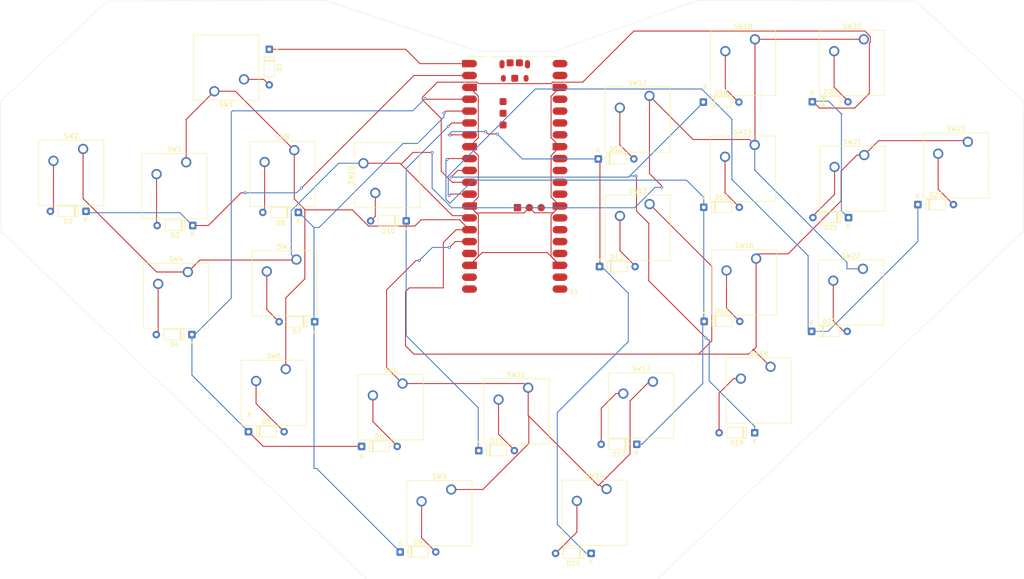
<source format=kicad_pcb>
(kicad_pcb (version 20241229) (generator "pcbnew") (generator_version "9.0")
  (layers (0 "F.Cu" signal) (2 "B.Cu" signal) (13 "F.Paste" user) (15 "B.Paste" user) (5 "F.SilkS" user "F.Silkscreen") (7 "B.SilkS" user "B.Silkscreen") (1 "F.Mask" user) (3 "B.Mask" user) (25 "Edge.Cuts" user))
  (net 0 "")
  (net 1 "Net-(A1-AGND)")
  (net 3 "/COL8")
  (net 5 "GND")
  (net 8 "+5V")
  (net 9 "/COL6")
  (net 13 "/ROW1")
  (net 17 "/COL5")
  (net 19 "/COL4")
  (net 22 "/COL9")
  (net 25 "+3V3")
  (net 26 "/COL0")
  (net 27 "/ROW2")
  (net 28 "/COL7")
  (net 31 "/COL1")
  (net 32 "/COL2")
  (net 34 "/COL3")
  (net 37 "/ROW3")
  (net 42 "Net-(D1-A)")
  (net 43 "Net-(D2-A)")
  (net 44 "Net-(D3-A)")
  (net 45 "Net-(D4-A)")
  (net 46 "Net-(D5-A)")
  (net 47 "Net-(D6-A)")
  (net 48 "Net-(D7-A)")
  (net 49 "Net-(D8-A)")
  (net 50 "Net-(D9-A)")
  (net 51 "Net-(D10-A)")
  (net 52 "Net-(D11-A)")
  (net 53 "Net-(D12-A)")
  (net 54 "Net-(D13-A)")
  (net 55 "Net-(D14-A)")
  (net 56 "Net-(D15-A)")
  (net 57 "Net-(D16-A)")
  (net 58 "Net-(D17-A)")
  (net 59 "Net-(D18-A)")
  (net 60 "Net-(D19-A)")
  (net 61 "Net-(D20-A)")
  (net 62 "Net-(D21-A)")
  (net 63 "Net-(D22-A)")
  (net 64 "Net-(D23-A)")
  (footprint "Button_Switch_Keyboard:SW_Cherry_MX_1.00u_PCB" (layer "F.Cu") (at 138.57 119.98)
    (property "Reference" "SW11")
    (property "Value" "#")
  )
  (footprint "Diode_THT:D_DO-35_SOD27_P7.62mm_Horizontal" (layer "F.Cu") (at 66.75 85.26 180)
    (property "Reference" "D3")
    (property "Value" "1N4148")
  )
  (footprint "Diode_THT:D_DO-35_SOD27_P7.62mm_Horizontal" (layer "F.Cu") (at 176.06 58.83)
    (property "Reference" "D18")
    (property "Value" "1N4148")
  )
  (footprint "Diode_THT:D_DO-35_SOD27_P7.62mm_Horizontal" (layer "F.Cu") (at 78.69 129.4)
    (property "Reference" "D5")
    (property "Value" "1N4148")
  )
  (footprint "Button_Switch_Keyboard:SW_Cherry_MX_1.00u_PCB" (layer "F.Cu") (at 65.7 95.21)
    (property "Reference" "SW4")
    (property "Value" "P")
  )
  (footprint "Diode_THT:D_DO-35_SOD27_P7.62mm_Horizontal" (layer "F.Cu") (at 92.86 105.85 180)
    (property "Reference" "D7")
    (property "Value" "1N4148")
  )
  (footprint "Button_Switch_Keyboard:SW_Cherry_MX_1.00u_PCB" (layer "F.Cu") (at 88.49 69.13)
    (property "Reference" "SW8")
    (property "Value" "R")
  )
  (footprint "Diode_THT:D_DO-35_SOD27_P7.62mm_Horizontal" (layer "F.Cu") (at 111.16 155.15)
    (property "Reference" "D9")
    (property "Value" "1N4148")
  )
  (footprint "Button_Switch_Keyboard:SW_Cherry_MX_1.00u_PCB" (layer "F.Cu") (at 190.45 115.49)
    (property "Reference" "SW19")
    (property "Value" "G")
  )
  (footprint "Diode_THT:D_DO-35_SOD27_P7.62mm_Horizontal" (layer "F.Cu") (at 83.13 47.53 -90)
    (property "Reference" "D1")
    (property "Value" "1N4148")
  )
  (footprint "Button_Switch_Keyboard:SW_Cherry_MX_2.25u_PCB" (layer "F.Cu") (at 71.38 56.51 180)
    (property "Reference" "SW1")
    (property "Value" "S")
  )
  (footprint "Button_Switch_Keyboard:SW_Cherry_MX_1.00u_PCB" (layer "F.Cu") (at 65.35 71.71)
    (property "Reference" "SW3")
    (property "Value" "K")
  )
  (footprint "Button_Switch_Keyboard:SW_Cherry_MX_1.00u_PCB" (layer "F.Cu") (at 187.12 45.39)
    (property "Reference" "SW18")
    (property "Value" "L")
  )
  (footprint "Button_Switch_Keyboard:SW_Cherry_MX_1.00u_PCB" (layer "F.Cu") (at 187.37 92.34)
    (property "Reference" "SW16")
    (property "Value" "B")
  )
  (footprint "Button_Switch_Keyboard:SW_Cherry_MX_1.00u_PCB" (layer "F.Cu") (at 165.27 118.69)
    (property "Reference" "SW17")
    (property "Value" "U")
  )
  (footprint "Diode_THT:D_DO-35_SOD27_P7.62mm_Horizontal" (layer "F.Cu") (at 207.15 83.56 180)
    (property "Reference" "D21")
    (property "Value" "1N4148")
  )
  (footprint "Button_Switch_Keyboard:SW_Cherry_MX_1.00u_PCB" (layer "F.Cu") (at 210.51 70.17)
    (property "Reference" "SW21")
    (property "Value" "S")
  )
  (footprint "Diode_THT:D_DO-35_SOD27_P7.62mm_Horizontal" (layer "F.Cu") (at 112.45 84.28 180)
    (property "Reference" "D10")
    (property "Value" "1N4148")
  )
  (footprint "Button_Switch_Keyboard:SW_Cherry_MX_1.00u_PCB" (layer "F.Cu") (at 232.69 67.34)
    (property "Reference" "SW23")
    (property "Value" "Z")
  )
  (footprint "Diode_THT:D_DO-35_SOD27_P7.62mm_Horizontal" (layer "F.Cu") (at 127.99 133.45)
    (property "Reference" "D11")
    (property "Value" "1N4148")
  )
  (footprint "Diode_THT:D_DO-35_SOD27_P7.62mm_Horizontal" (layer "F.Cu") (at 102.9 132.55)
    (property "Reference" "D6")
    (property "Value" "1N4148")
  )
  (footprint "Button_Switch_Keyboard:SW_Cherry_MX_1.00u_PCB" (layer "F.Cu") (at 111.67 119.09)
    (property "Reference" "SW6")
    (property "Value" "A")
  )
  (footprint "Button_Switch_Keyboard:SW_Cherry_MX_1.00u_PCB" (layer "F.Cu") (at 155.34 141.67)
    (property "Reference" "SW14")
    (property "Value" "E")
  )
  (footprint "Button_Switch_Keyboard:SW_Cherry_MX_1.00u_PCB" (layer "F.Cu") (at 210.23 94.52)
    (property "Reference" "SW22")
    (property "Value" "D")
  )
  (footprint "Library:RaspberryPi_Pico_W_SMD1" (layer "F.Cu") (at 135.6859 74.73)
    (property "Reference" "A1")
    (property "Value" "RaspberryPi_Pico_W")
  )
  (footprint "Button_Switch_Keyboard:SW_Cherry_MX_1.00u_PCB" (layer "F.Cu") (at 86.66 116)
    (property "Reference" "SW5")
    (property "Value" "W")
  )
  (footprint "Diode_THT:D_DO-35_SOD27_P7.62mm_Horizontal" (layer "F.Cu") (at 152.04 155.45 180)
    (property "Reference" "D14")
    (property "Value" "1N4148")
  )
  (footprint "Diode_THT:D_DO-35_SOD27_P7.62mm_Horizontal" (layer "F.Cu") (at 43.895 82.215 180)
    (property "Reference" "D2")
    (property "Value" "1N4148")
  )
  (footprint "Button_Switch_Keyboard:SW_Cherry_MX_1.00u_PCB" (layer "F.Cu") (at 187.06 68)
    (property "Reference" "SW15")
    (property "Value" "P")
  )
  (footprint "Diode_THT:D_DO-35_SOD27_P7.62mm_Horizontal" (layer "F.Cu") (at 161.81 132.1 180)
    (property "Reference" "D17")
    (property "Value" "1N4148")
  )
  (footprint "Diode_THT:D_DO-35_SOD27_P7.62mm_Horizontal" (layer "F.Cu") (at 89.36 82.45 180)
    (property "Reference" "D8")
    (property "Value" "1N4148")
  )
  (footprint "Diode_THT:D_DO-35_SOD27_P7.62mm_Horizontal" (layer "F.Cu") (at 199.4 58.77)
    (property "Reference" "D20")
    (property "Value" "1N4148")
  )
  (footprint "Button_Switch_Keyboard:SW_Cherry_MX_1.00u_PCB" (layer "F.Cu") (at 164.56 80.67)
    (property "Reference" "SW13")
    (property "Value" "R")
  )
  (footprint "Diode_THT:D_DO-35_SOD27_P7.62mm_Horizontal" (layer "F.Cu") (at 153.84 94.05)
    (property "Reference" "D13")
    (property "Value" "1N4148")
  )
  (footprint "Button_Switch_Keyboard:SW_Cherry_MX_1.00u_PCB" (layer "F.Cu") (at 164.53 57.5)
    (property "Reference" "SW12")
    (property "Value" "F")
  )
  (footprint "Diode_THT:D_DO-35_SOD27_P7.62mm_Horizontal" (layer "F.Cu") (at 187.06 129.63 180)
    (property "Reference" "D19")
    (property "Value" "1N4148")
  )
  (footprint "Diode_THT:D_DO-35_SOD27_P7.62mm_Horizontal" (layer "F.Cu") (at 176.24 105.79)
    (property "Reference" "D16")
    (property "Value" "1N4148")
  )
  (footprint "Diode_THT:D_DO-35_SOD27_P7.62mm_Horizontal" (layer "F.Cu") (at 221.99 80.77)
    (property "Reference" "D23")
    (property "Value" "1N4148")
  )
  (footprint "Diode_THT:D_DO-35_SOD27_P7.62mm_Horizontal" (layer "F.Cu") (at 153.57 71)
    (property "Reference" "D12")
    (property "Value" "1N4148")
  )
  (footprint "Button_Switch_Keyboard:SW_Cherry_MX_1.00u_PCB" (layer "F.Cu") (at 43.275 68.865)
    (property "Reference" "SW2")
    (property "Value" "T")
  )
  (footprint "Diode_THT:D_DO-35_SOD27_P7.62mm_Horizontal" (layer "F.Cu") (at 176.15 81.35)
    (property "Reference" "D15")
    (property "Value" "1N4148")
  )
  (footprint "Diode_THT:D_DO-35_SOD27_P7.62mm_Horizontal" (layer "F.Cu") (at 66.57 108.61 180)
    (property "Reference" "D4")
    (property "Value" "1N4148")
  )
  (footprint "Diode_THT:D_DO-35_SOD27_P7.62mm_Horizontal" (layer "F.Cu") (at 199.24 107.92)
    (property "Reference" "D22")
    (property "Value" "1N4148")
  )
  (footprint "Button_Switch_Keyboard:SW_Cherry_MX_1.00u_PCB" (layer "F.Cu") (at 210.42 45.39)
    (property "Reference" "SW20")
    (property "Value" "T")
  )
  (footprint "Button_Switch_Keyboard:SW_Cherry_MX_1.00u_PCB" (layer "F.Cu") (at 122.09 141.77)
    (property "Reference" "SW9")
    (property "Value" "O")
  )
  (footprint "Button_Switch_Keyboard:SW_Cherry_MX_2.25u_PCB" (layer "F.Cu") (at 103.3 71.93 90)
    (property "Reference" "SW10")
    (property "Value" "*")
  )
  (footprint "Button_Switch_Keyboard:SW_Cherry_MX_1.00u_PCB" (layer "F.Cu") (at 88.95 92.54)
    (property "Reference" "SW7")
    (property "Value" "H")
  )
  (gr_line (start 104.04 160.97) (end 25.7 86.54) (stroke (width 0.05)) (layer "Edge.Cuts"))
  (gr_line (start 166.18 160.97) (end 104.04 160.97) (stroke (width 0.05)) (layer "Edge.Cuts"))
  (gr_line (start 25.51 58.81) (end 48.39 37.22) (stroke (width 0.05)) (layer "Edge.Cuts"))
  (gr_line (start 166.18 160.97) (end 244.52 86.54) (stroke (width 0.05)) (layer "Edge.Cuts"))
  (gr_line (start 95 37) (end 48.39 37.22) (stroke (width 0.05)) (layer "Edge.Cuts"))
  (gr_line (start 128 48) (end 144 48) (stroke (width 0.05)) (layer "Edge.Cuts"))
  (gr_line (start 244.52 86.54) (end 244.71 58.81) (stroke (width 0.05)) (layer "Edge.Cuts"))
  (gr_line (start 95 37) (end 128 48) (stroke (width 0.05)) (layer "Edge.Cuts"))
  (gr_line (start 25.7 86.54) (end 25.51 58.81) (stroke (width 0.05)) (layer "Edge.Cuts"))
  (gr_line (start 175 37) (end 144 48) (stroke (width 0.05)) (layer "Edge.Cuts"))
  (gr_line (start 244.71 58.81) (end 221.64 37.22) (stroke (width 0.05)) (layer "Edge.Cuts"))
  (gr_line (start 175 37) (end 221.64 37.22) (stroke (width 0.05)) (layer "Edge.Cuts"))
  (segment (start 142.6459 91.05) (end 145.3759 93.78) (width 0.2) (layer "F.Cu") (net 1))
  (segment (start 138.81 81.43) (end 139.8984 82.5184) (width 0.2) (layer "F.Cu") (net 1))
  (segment (start 125.9959 81.08) (end 127.8969 82.981) (width 0.2) (layer "F.Cu") (net 1))
  (segment (start 127.4659 82.55) (end 137.69 82.55) (width 0.2) (layer "F.Cu") (net 1))
  (segment (start 143.4749 57.581) (end 145.3759 55.68) (width 0.2) (layer "F.Cu") (net 1))
  (segment (start 137.69 82.55) (end 138.81 81.43) (width 0.2) (layer "F.Cu") (net 1))
  (segment (start 127.8969 66.479) (end 125.9959 68.38) (width 0.2) (layer "F.Cu") (net 1))
  (segment (start 127.8969 79.179) (end 125.9959 81.08) (width 0.2) (layer "F.Cu") (net 1))
  (segment (start 139.8984 82.5184) (end 143.9375 82.5184) (width 0.2) (layer "F.Cu") (net 1))
  (segment (start 143.9375 82.5184) (end 145.3759 81.08) (width 0.2) (layer "F.Cu") (net 1))
  (segment (start 143.4749 70.281) (end 145.3759 68.38) (width 0.2) (layer "F.Cu") (net 1))
  (segment (start 125.9959 68.38) (end 127.8969 70.281) (width 0.2) (layer "F.Cu") (net 1))
  (segment (start 145.3759 93.78) (end 143.4749 91.879) (width 0.2) (layer "F.Cu") (net 1))
  (segment (start 127.8969 82.981) (end 127.8969 91.879) (width 0.2) (layer "F.Cu") (net 1))
  (segment (start 127.8969 91.879) (end 125.9959 93.78) (width 0.2) (layer "F.Cu") (net 1))
  (segment (start 143.4749 79.179) (end 143.4749 70.281) (width 0.2) (layer "F.Cu") (net 1))
  (segment (start 125.9959 81.08) (end 127.4659 82.55) (width 0.2) (layer "F.Cu") (net 1))
  (segment (start 125.9959 93.78) (end 128.7259 91.05) (width 0.2) (layer "F.Cu") (net 1))
  (segment (start 127.8969 57.581) (end 127.8969 66.479) (width 0.2) (layer "F.Cu") (net 1))
  (segment (start 145.3759 81.08) (end 143.4749 79.179) (width 0.2) (layer "F.Cu") (net 1))
  (segment (start 143.4749 66.479) (end 143.4749 57.581) (width 0.2) (layer "F.Cu") (net 1))
  (segment (start 125.9959 55.68) (end 127.8969 57.581) (width 0.2) (layer "F.Cu") (net 1))
  (segment (start 143.4749 82.981) (end 145.3759 81.08) (width 0.2) (layer "F.Cu") (net 1))
  (segment (start 143.4749 91.879) (end 143.4749 82.981) (width 0.2) (layer "F.Cu") (net 1))
  (segment (start 127.8969 70.281) (end 127.8969 79.179) (width 0.2) (layer "F.Cu") (net 1))
  (segment (start 145.3759 68.38) (end 143.4749 66.479) (width 0.2) (layer "F.Cu") (net 1))
  (segment (start 128.7259 91.05) (end 142.6459 91.05) (width 0.2) (layer "F.Cu") (net 1))
  (segment (start 161.175029 43.624971) (end 150.226 54.574) (width 0.2) (layer "F.Cu") (net 3))
  (segment (start 143.766306 54.574) (end 143.4699 54.870406) (width 0.2) (layer "F.Cu") (net 3))
  (segment (start 211.61 46.181314) (end 211.821 45.970314) (width 0.2) (layer "F.Cu") (net 3))
  (segment (start 210.476285 43.624971) (end 161.175029 43.624971) (width 0.2) (layer "F.Cu") (net 3))
  (segment (start 127.605494 54.574) (end 119.126057 54.574) (width 0.2) (layer "F.Cu") (net 3))
  (segment (start 199.45 58.64) (end 200.93 60.12) (width 0.2) (layer "F.Cu") (net 3))
  (segment (start 200.93 60.12) (end 208.46 60.12) (width 0.2) (layer "F.Cu") (net 3))
  (segment (start 119.126057 54.574) (end 115.899 57.801057) (width 0.2) (layer "F.Cu") (net 3))
  (segment (start 211.821 44.809686) (end 210.556285 43.544971) (width 0.2) (layer "F.Cu") (net 3))
  (segment (start 119.949 62.348943) (end 119.949 73.648943) (width 0.2) (layer "F.Cu") (net 3))
  (segment (start 208.46 60.12) (end 211.61 56.97) (width 0.2) (layer "F.Cu") (net 3))
  (segment (start 115.899 58.298943) (end 119.949 62.348943) (width 0.2) (layer "F.Cu") (net 3))
  (segment (start 115.899 57.801057) (end 115.899 58.298943) (width 0.2) (layer "F.Cu") (net 3))
  (segment (start 211.821 45.970314) (end 211.821 44.809686) (width 0.2) (layer "F.Cu") (net 3))
  (segment (start 211.61 56.97) (end 211.61 46.181314) (width 0.2) (layer "F.Cu") (net 3))
  (segment (start 127.9019 54.870406) (end 127.605494 54.574) (width 0.2) (layer "F.Cu") (net 3))
  (segment (start 143.4699 54.870406) (end 127.9019 54.870406) (width 0.2) (layer "F.Cu") (net 3))
  (segment (start 150.226 54.574) (end 143.766306 54.574) (width 0.2) (layer "F.Cu") (net 3))
  (segment (start 122.300057 76) (end 125.9959 76) (width 0.2) (layer "F.Cu") (net 3))
  (segment (start 210.556285 43.544971) (end 210.476285 43.624971) (width 0.2) (layer "F.Cu") (net 3))
  (segment (start 119.949 73.648943) (end 122.300057 76) (width 0.2) (layer "F.Cu") (net 3))
  (segment (start 205.739 61.499) (end 202.88 58.64) (width 0.2) (layer "B.Cu") (net 3))
  (segment (start 202.88 58.64) (end 199.45 58.64) (width 0.2) (layer "B.Cu") (net 3))
  (segment (start 206.93 83.42) (end 205.619 82.109) (width 0.2) (layer "B.Cu") (net 3))
  (segment (start 205.619 82.109) (end 205.619 61.239) (width 0.2) (layer "B.Cu") (net 3))
  (segment (start 121.2 71.1) (end 121.38 70.92) (width 0.2) (layer "F.Cu") (net 9))
  (segment (start 121.38 70.92) (end 125.9959 70.92) (width 0.2) (layer "F.Cu") (net 9))
  (via (at 121.2 71.1) (size 0.6) (drill 0.3) (layers "F.Cu" "B.Cu") (net 9))
  (segment (start 162.9 132.1) (end 175.93 119.07) (width 0.2) (layer "B.Cu") (net 9))
  (segment (start 126.75 75.55) (end 121.8 80.5) (width 0.2) (layer "B.Cu") (net 9))
  (segment (start 175.93 119.07) (end 175.93 106.1) (width 0.2) (layer "B.Cu") (net 9))
  (segment (start 176.15 81.35) (end 176.15 105.7) (width 0.2) (layer "B.Cu") (net 9))
  (segment (start 172.47 75.55) (end 176.15 79.23) (width 0.2) (layer "B.Cu") (net 9))
  (segment (start 176.15 105.7) (end 176.24 105.79) (width 0.2) (layer "B.Cu") (net 9))
  (segment (start 175.94 81.39) (end 176.08 81.25) (width 0.2) (layer "B.Cu") (net 9))
  (segment (start 120.95 79.65) (end 120.95 71.35) (width 0.2) (layer "B.Cu") (net 9))
  (segment (start 121.8 80.5) (end 120.95 79.65) (width 0.2) (layer "B.Cu") (net 9))
  (segment (start 172.47 75.55) (end 126.75 75.55) (width 0.2) (layer "B.Cu") (net 9))
  (segment (start 120.95 71.35) (end 121.2 71.1) (width 0.2) (layer "B.Cu") (net 9))
  (segment (start 175.93 106.1) (end 176.24 105.79) (width 0.2) (layer "B.Cu") (net 9))
  (segment (start 161.81 132.1) (end 162.9 132.1) (width 0.2) (layer "B.Cu") (net 9))
  (segment (start 176.15 79.23) (end 176.15 81.35) (width 0.2) (layer "B.Cu") (net 9))
  (segment (start 122.35 83.15) (end 125.5259 83.15) (width 0.2) (layer "F.Cu") (net 13))
  (segment (start 173.88 66.85) (end 164.53 57.5) (width 0.2) (layer "F.Cu") (net 13))
  (segment (start 59.01 95.21) (end 65.7 95.21) (width 0.2) (layer "F.Cu") (net 13))
  (segment (start 111.35 72.15) (end 122.35 83.15) (width 0.2) (layer "F.Cu") (net 13))
  (segment (start 111.13 71.93) (end 111.35 72.15) (width 0.2) (layer "F.Cu") (net 13))
  (segment (start 111.35 72.15) (end 113.9 69.6) (width 0.2) (layer "F.Cu") (net 13))
  (segment (start 167.1 76.7) (end 164.53 74.13) (width 0.2) (layer "F.Cu") (net 13))
  (segment (start 113.9 69.6) (end 118 69.6) (width 0.2) (layer "F.Cu") (net 13))
  (segment (start 173.88 66.85) (end 185.91 66.85) (width 0.2) (layer "F.Cu") (net 13))
  (segment (start 103.3 71.93) (end 111.13 71.93) (width 0.2) (layer "F.Cu") (net 13))
  (segment (start 187.12 45.39) (end 187.12 67.94) (width 0.2) (layer "F.Cu") (net 13))
  (segment (start 164.53 74.13) (end 164.53 57.5) (width 0.2) (layer "F.Cu") (net 13))
  (segment (start 43.275 68.865) (end 43.275 79.475) (width 0.2) (layer "F.Cu") (net 13))
  (segment (start 187.33 45.6) (end 187.12 45.39) (width 0.2) (layer "F.Cu") (net 13))
  (segment (start 68.26 92.65) (end 88.21 92.65) (width 0.2) (layer "F.Cu") (net 13))
  (segment (start 65.7 95.21) (end 68.26 92.65) (width 0.2) (layer "F.Cu") (net 13))
  (segment (start 43.275 79.475) (end 59.01 95.21) (width 0.2) (layer "F.Cu") (net 13))
  (segment (start 187.12 67.94) (end 187.06 68) (width 0.2) (layer "F.Cu") (net 13))
  (segment (start 125.5259 83.15) (end 125.9959 83.62) (width 0.2) (layer "F.Cu") (net 13))
  (segment (start 187.21 67.85) (end 187.06 68) (width 0.2) (layer "F.Cu") (net 13))
  (segment (start 185.91 66.85) (end 187.06 68) (width 0.2) (layer "F.Cu") (net 13))
  (segment (start 210.42 45.39) (end 187.06 45.39) (width 0.2) (layer "F.Cu") (net 13))
  (segment (start 186.85 45.18) (end 187.21 45.54) (width 0.2) (layer "F.Cu") (net 13))
  (via (at 118 69.6) (size 0.6) (drill 0.3) (layers "F.Cu" "B.Cu") (net 13))
  (via (at 167.16 77.08) (size 0.6) (drill 0.3) (layers "F.Cu" "B.Cu") (net 13))
  (segment (start 187.06 73.405184) (end 206.81 93.155184) (width 0.2) (layer "B.Cu") (net 13))
  (segment (start 87.850001 82.053839) (end 87.850001 91.440001) (width 0.2) (layer "B.Cu") (net 13))
  (segment (start 165.728686 77.08) (end 167.16 77.08) (width 0.2) (layer "B.Cu") (net 13))
  (segment (start 87.850001 91.440001) (end 88.95 92.54) (width 0.2) (layer "B.Cu") (net 13))
  (segment (start 206.81 93.155184) (end 206.81 94.52) (width 0.2) (layer "B.Cu") (net 13))
  (segment (start 118 77.2671) (end 122.1829 81.45) (width 0.2) (layer "B.Cu") (net 13))
  (segment (start 187.06 68) (end 187.06 73.405184) (width 0.2) (layer "B.Cu") (net 13))
  (segment (start 118 69.6) (end 118 77.2671) (width 0.2) (layer "B.Cu") (net 13))
  (segment (start 122.1829 81.45) (end 161.358686 81.45) (width 0.2) (layer "B.Cu") (net 13))
  (segment (start 103.3 71.93) (end 97.97384 71.93) (width 0.2) (layer "B.Cu") (net 13))
  (segment (start 161.358686 81.45) (end 165.728686 77.08) (width 0.2) (layer "B.Cu") (net 13))
  (segment (start 97.97384 71.93) (end 87.850001 82.053839) (width 0.2) (layer "B.Cu") (net 13))
  (segment (start 206.81 94.52) (end 210.23 94.52) (width 0.2) (layer "B.Cu") (net 13))
  (segment (start 153.92 71.35) (end 153.57 71) (width 0.2) (layer "F.Cu") (net 17))
  (segment (start 121.8 65.9) (end 122.2 65.9) (width 0.2) (layer "F.Cu") (net 17))
  (segment (start 131.95 65.65) (end 129.95 65.65) (width 0.2) (layer "F.Cu") (net 17))
  (segment (start 122.2 65.9) (end 122.26 65.84) (width 0.2) (layer "F.Cu") (net 17))
  (segment (start 122.26 65.84) (end 125.9959 65.84) (width 0.2) (layer "F.Cu") (net 17))
  (segment (start 153.92 93.68) (end 153.92 71.35) (width 0.2) (layer "F.Cu") (net 17))
  (segment (start 129.95 65.65) (end 129.45 65.15) (width 0.2) (layer "F.Cu") (net 17))
  (via (at 131.95 65.65) (size 0.6) (drill 0.3) (layers "F.Cu" "B.Cu") (net 17))
  (via (at 129.45 65.15) (size 0.6) (drill 0.3) (layers "F.Cu" "B.Cu") (net 17))
  (via (at 121.8 65.9) (size 0.6) (drill 0.3) (layers "F.Cu" "B.Cu") (net 17))
  (segment (start 144.8 125.3) (end 144.8 149.25) (width 0.2) (layer "B.Cu") (net 17))
  (segment (start 144.8 149.25) (end 151 155.45) (width 0.2) (layer "B.Cu") (net 17))
  (segment (start 153.57 71) (end 154.45 71) (width 0.2) (layer "B.Cu") (net 17))
  (segment (start 122.2 65.15) (end 121.45 65.9) (width 0.2) (layer "B.Cu") (net 17))
  (segment (start 121.45 65.9) (end 121.8 65.9) (width 0.2) (layer "B.Cu") (net 17))
  (segment (start 137.3 71) (end 131.95 65.65) (width 0.2) (layer "B.Cu") (net 17))
  (segment (start 129.45 65.15) (end 122.2 65.15) (width 0.2) (layer "B.Cu") (net 17))
  (segment (start 151 155.45) (end 152.04 155.45) (width 0.2) (layer "B.Cu") (net 17))
  (segment (start 160 110.1) (end 144.8 125.3) (width 0.2) (layer "B.Cu") (net 17))
  (segment (start 153.57 71) (end 137.3 71) (width 0.2) (layer "B.Cu") (net 17))
  (segment (start 160 99.76) (end 160 110.1) (width 0.2) (layer "B.Cu") (net 17))
  (segment (start 153.92 93.68) (end 160 99.76) (width 0.2) (layer "B.Cu") (net 17))
  (segment (start 122.2 63.3) (end 125.9959 63.3) (width 0.2) (layer "F.Cu") (net 19))
  (segment (start 121.45 64.05) (end 122.2 63.3) (width 0.2) (layer "F.Cu") (net 19))
  (via (at 121.45 64.05) (size 0.6) (drill 0.3) (layers "F.Cu" "B.Cu") (net 19))
  (segment (start 112.45 84.28) (end 112.45 108.85) (width 0.2) (layer "B.Cu") (net 19))
  (segment (start 112.45 108.85) (end 127.87 124.27) (width 0.2) (layer "B.Cu") (net 19))
  (segment (start 112.45 73.05) (end 121.45 64.05) (width 0.2) (layer "B.Cu") (net 19))
  (segment (start 112.45 84.28) (end 112.45 73.05) (width 0.2) (layer "B.Cu") (net 19))
  (segment (start 127.87 124.27) (end 127.87 133.23) (width 0.2) (layer "B.Cu") (net 19))
  (segment (start 121.65 78.85) (end 121.96 78.54) (width 0.2) (layer "F.Cu") (net 22))
  (segment (start 121.96 78.54) (end 125.9959 78.54) (width 0.2) (layer "F.Cu") (net 22))
  (via (at 121.65 78.85) (size 0.6) (drill 0.3) (layers "F.Cu" "B.Cu") (net 22))
  (segment (start 140.070057 56.03) (end 121.449 74.651057) (width 0.2) (layer "B.Cu") (net 22))
  (segment (start 198.5 91.71) (end 198.5 107.92) (width 0.2) (layer "B.Cu") (net 22))
  (segment (start 121.449 78.649) (end 121.65 78.85) (width 0.2) (layer "B.Cu") (net 22))
  (segment (start 175.72 56.03) (end 140.070057 56.03) (width 0.2) (layer "B.Cu") (net 22))
  (segment (start 182.14 75.35) (end 182.26 75.47) (width 0.2) (layer "B.Cu") (net 22))
  (segment (start 202.75153 107.92) (end 221.99 88.68153) (width 0.2) (layer "B.Cu") (net 22))
  (segment (start 182.26 75.47) (end 182.169 75.379) (width 0.2) (layer "B.Cu") (net 22))
  (segment (start 221.99 88.68153) (end 221.99 80.77) (width 0.2) (layer "B.Cu") (net 22))
  (segment (start 182.169 62.479) (end 175.72 56.03) (width 0.2) (layer "B.Cu") (net 22))
  (segment (start 121.449 74.651057) (end 121.449 78.649) (width 0.2) (layer "B.Cu") (net 22))
  (segment (start 198.5 107.92) (end 202.75153 107.92) (width 0.2) (layer "B.Cu") (net 22))
  (segment (start 182.26 75.47) (end 198.5 91.71) (width 0.2) (layer "B.Cu") (net 22))
  (segment (start 182.169 75.379) (end 182.169 62.479) (width 0.2) (layer "B.Cu") (net 22))
  (segment (start 115.4 50.6) (end 125.9959 50.6) (width 0.2) (layer "F.Cu") (net 26))
  (segment (start 112.33 47.53) (end 115.4 50.6) (width 0.2) (layer "F.Cu") (net 26))
  (segment (start 83.13 47.53) (end 112.33 47.53) (width 0.2) (layer "F.Cu") (net 26))
  (segment (start 123.8549 84.019) (end 125.9959 86.16) (width 0.2) (layer "F.Cu") (net 27))
  (segment (start 112.3 99.4) (end 112.3 111) (width 0.2) (layer "F.Cu") (net 27))
  (segment (start 187.37 111.29) (end 187.37 92.34) (width 0.2) (layer "F.Cu") (net 27))
  (segment (start 115.646184 84.019) (end 123.8549 84.019) (width 0.2) (layer "F.Cu") (net 27))
  (segment (start 65.35 62.54) (end 71.38 56.51) (width 0.2) (layer "F.Cu") (net 27))
  (segment (start 205.561 73.563366) (end 208.954366 70.17) (width 0.2) (layer "F.Cu") (net 27))
  (segment (start 187.26 91.32) (end 194.21 91.32) (width 0.2) (layer "F.Cu") (net 27))
  (segment (start 187.235 112.275) (end 186.755 111.795) (width 0.2) (layer "F.Cu") (net 27))
  (segment (start 90.75 81.83384) (end 90.75 81.9) (width 0.2) (layer "F.Cu") (net 27))
  (segment (start 185.75 112.8) (end 186.755 111.795) (width 0.2) (layer "F.Cu") (net 27))
  (segment (start 113.1 98.6) (end 112.3 99.4) (width 0.2) (layer "F.Cu") (net 27))
  (segment (start 186.98 112.02) (end 186.755 111.795) (width 0.2) (layer "F.Cu") (net 27))
  (segment (start 100.89295 81.9) (end 104.37395 85.381) (width 0.2) (layer "F.Cu") (net 27))
  (segment (start 120.4 98.6) (end 113.1 98.6) (width 0.2) (layer "F.Cu") (net 27))
  (segment (start 187.235 112.275) (end 186.98 112.02) (width 0.2) (layer "F.Cu") (net 27))
  (segment (start 90.75 96.66153) (end 86.66 100.75153) (width 0.2) (layer "F.Cu") (net 27))
  (segment (start 123.14 86.16) (end 120.4 88.9) (width 0.2) (layer "F.Cu") (net 27))
  (segment (start 71.38 56.51) (end 75.87 56.51) (width 0.2) (layer "F.Cu") (net 27))
  (segment (start 175.109943 112.72) (end 177.861 109.968943) (width 0.2) (layer "F.Cu") (net 27))
  (segment (start 208.954366 70.17) (end 210.51 70.17) (width 0.2) (layer "F.Cu") (net 27))
  (segment (start 187.57 112.61) (end 187.235 112.275) (width 0.2) (layer "F.Cu") (net 27))
  (segment (start 90.75 81.9) (end 90.75 96.66153) (width 0.2) (layer "F.Cu") (net 27))
  (segment (start 65.35 71.71) (end 65.35 62.54) (width 0.2) (layer "F.Cu") (net 27))
  (segment (start 90.75 81.9) (end 100.89295 81.9) (width 0.2) (layer "F.Cu") (net 27))
  (segment (start 88.49 69.13) (end 88.49 79.57384) (width 0.2) (layer "F.Cu") (net 27))
  (segment (start 186.98 112.02) (end 186.91 111.95) (width 0.2) (layer "F.Cu") (net 27))
  (segment (start 86.66 100.75153) (end 86.66 116) (width 0.2) (layer "F.Cu") (net 27))
  (segment (start 186.71 111.95) (end 187.37 111.29) (width 0.2) (layer "F.Cu") (net 27))
  (segment (start 114.1 112.8) (end 185.75 112.8) (width 0.2) (layer "F.Cu") (net 27))
  (segment (start 177.861 109.968943) (end 177.861 93.971) (width 0.2) (layer "F.Cu") (net 27))
  (segment (start 186.91 111.95) (end 186.71 111.95) (width 0.2) (layer "F.Cu") (net 27))
  (segment (start 112.3 111) (end 114.1 112.8) (width 0.2) (layer "F.Cu") (net 27))
  (segment (start 88.49 79.57384) (end 90.75 81.83384) (width 0.2) (layer "F.Cu") (net 27))
  (segment (start 210.51 70.17) (end 213.6 67.08) (width 0.2) (layer "F.Cu") (net 27))
  (segment (start 104.37395 85.381) (end 114.284184 85.381) (width 0.2) (layer "F.Cu") (net 27))
  (segment (start 75.87 56.51) (end 88.49 69.13) (width 0.2) (layer "F.Cu") (net 27))
  (segment (start 205.561 79.969) (end 205.561 73.563366) (width 0.2) (layer "F.Cu") (net 27))
  (segment (start 194.21 91.32) (end 205.561 79.969) (width 0.2) (layer "F.Cu") (net 27))
  (segment (start 213.6 67.08) (end 232.57 67.08) (width 0.2) (layer "F.Cu") (net 27))
  (segment (start 120.4 88.9) (end 120.4 98.6) (width 0.2) (layer "F.Cu") (net 27))
  (segment (start 125.9959 86.16) (end 123.14 86.16) (width 0.2) (layer "F.Cu") (net 27))
  (segment (start 187.57 112.61) (end 190.45 115.49) (width 0.2) (layer "F.Cu") (net 27))
  (segment (start 114.284184 85.381) (end 115.646184 84.019) (width 0.2) (layer "F.Cu") (net 27))
  (segment (start 177.861 93.971) (end 164.56 80.67) (width 0.2) (layer "F.Cu") (net 27))
  (segment (start 161.75 82.155184) (end 161.75 74.7) (width 0.2) (layer "F.Cu") (net 28))
  (segment (start 122.05 74.9) (end 123.49 73.46) (width 0.2) (layer "F.Cu") (net 28))
  (segment (start 176.6 109.3) (end 164.371 97.071) (width 0.2) (layer "F.Cu") (net 28))
  (segment (start 123.49 73.46) (end 125.9959 73.46) (width 0.2) (layer "F.Cu") (net 28))
  (segment (start 164.371 97.071) (end 164.371 84.776184) (width 0.2) (layer "F.Cu") (net 28))
  (segment (start 161.7 74.7) (end 161.65 74.65) (width 0.2) (layer "F.Cu") (net 28))
  (segment (start 164.371 84.776184) (end 161.75 82.155184) (width 0.2) (layer "F.Cu") (net 28))
  (segment (start 161.75 74.7) (end 161.7 74.7) (width 0.2) (layer "F.Cu") (net 28))
  (via (at 176.6 109.3) (size 0.6) (drill 0.3) (layers "F.Cu" "B.Cu") (net 28))
  (via (at 161.65 74.65) (size 0.6) (drill 0.3) (layers "F.Cu" "B.Cu") (net 28))
  (via (at 122.05 74.9) (size 0.6) (drill 0.3) (layers "F.Cu" "B.Cu") (net 28))
  (segment (start 177.31 118.53) (end 177.31 110.07) (width 0.2) (layer "B.Cu") (net 28))
  (segment (start 187.06 129.63) (end 187.06 128.28) (width 0.2) (layer "B.Cu") (net 28))
  (segment (start 161.65 74.65) (end 160.32 74.65) (width 0.2) (layer "B.Cu") (net 28))
  (segment (start 160.32 74.65) (end 160.085 74.885) (width 0.2) (layer "B.Cu") (net 28))
  (segment (start 160.07 74.9) (end 122.05 74.9) (width 0.2) (layer "B.Cu") (net 28))
  (segment (start 177.261 109.721) (end 177.36 109.82) (width 0.2) (layer "B.Cu") (net 28))
  (segment (start 177.021 109.721) (end 177.261 109.721) (width 0.2) (layer "B.Cu") (net 28))
  (segment (start 176.6 109.3) (end 177.021 109.721) (width 0.2) (layer "B.Cu") (net 28))
  (segment (start 177.36 109.82) (end 177.36 110.02) (width 0.2) (layer "B.Cu") (net 28))
  (segment (start 160.085 74.885) (end 160.07 74.9) (width 0.2) (layer "B.Cu") (net 28))
  (segment (start 175.335 59.635) (end 160.085 74.885) (width 0.2) (layer "B.Cu") (net 28))
  (segment (start 187.06 128.28) (end 177.31 118.53) (width 0.2) (layer "B.Cu") (net 28))
  (segment (start 77.1 78.25) (end 77.95 78.25) (width 0.2) (layer "F.Cu") (net 31))
  (segment (start 90 77.25) (end 114.11 53.14) (width 0.2) (layer "F.Cu") (net 31))
  (segment (start 70.09 85.26) (end 77.1 78.25) (width 0.2) (layer "F.Cu") (net 31))
  (segment (start 114.11 53.14) (end 125.9959 53.14) (width 0.2) (layer "F.Cu") (net 31))
  (segment (start 66.75 85.26) (end 70.09 85.26) (width 0.2) (layer "F.Cu") (net 31))
  (via (at 90 77.25) (size 0.6) (drill 0.3) (layers "F.Cu" "B.Cu") (net 31))
  (via (at 77.95 78.25) (size 0.6) (drill 0.3) (layers "F.Cu" "B.Cu") (net 31))
  (segment (start 77.95 78.25) (end 89 78.25) (width 0.2) (layer "B.Cu") (net 31))
  (segment (start 64 82.51) (end 66.75 85.26) (width 0.2) (layer "B.Cu") (net 31))
  (segment (start 89 78.25) (end 90 77.25) (width 0.2) (layer "B.Cu") (net 31))
  (segment (start 43.84 82.51) (end 64 82.51) (width 0.2) (layer "B.Cu") (net 31))
  (segment (start 116.67 58.22) (end 125.9959 58.22) (width 0.2) (layer "F.Cu") (net 32))
  (segment (start 78.69 129.4) (end 81.83 132.54) (width 0.2) (layer "F.Cu") (net 32))
  (segment (start 81.83 132.54) (end 102.99 132.54) (width 0.2) (layer "F.Cu") (net 32))
  (segment (start 116.5 58.05) (end 116.67 58.22) (width 0.2) (layer "F.Cu") (net 32))
  (via (at 116.5 58.05) (size 0.6) (drill 0.3) (layers "F.Cu" "B.Cu") (net 32))
  (segment (start 75 60.95) (end 75.256 60.694) (width 0.2) (layer "B.Cu") (net 32))
  (segment (start 67.2 108.61) (end 75 100.81) (width 0.2) (layer "B.Cu") (net 32))
  (segment (start 113.856 60.694) (end 116.5 58.05) (width 0.2) (layer "B.Cu") (net 32))
  (segment (start 66.57 117.28) (end 78.69 129.4) (width 0.2) (layer "B.Cu") (net 32))
  (segment (start 66.57 108.61) (end 67.2 108.61) (width 0.2) (layer "B.Cu") (net 32))
  (segment (start 75.256 60.694) (end 113.856 60.694) (width 0.2) (layer "B.Cu") (net 32))
  (segment (start 66.57 108.61) (end 66.57 117.28) (width 0.2) (layer "B.Cu") (net 32))
  (segment (start 75 100.81) (end 75 60.95) (width 0.2) (layer "B.Cu") (net 32))
  (segment (start 120.55 61.2) (end 120.99 60.76) (width 0.2) (layer "F.Cu") (net 34))
  (segment (start 120.99 60.76) (end 125.9959 60.76) (width 0.2) (layer "F.Cu") (net 34))
  (via (at 120.55 61.2) (size 0.6) (drill 0.3) (layers "F.Cu" "B.Cu") (net 34))
  (segment (start 92.71 85.68) (end 93.78847 85.68) (width 0.2) (layer "B.Cu") (net 34))
  (segment (start 114.8531 67.6969) (end 120.55 62) (width 0.2) (layer "B.Cu") (net 34))
  (segment (start 93.78847 85.68) (end 111.77157 67.6969) (width 0.2) (layer "B.Cu") (net 34))
  (segment (start 93.29 137.28) (end 111.16 155.15) (width 0.2) (layer "B.Cu") (net 34))
  (segment (start 111.77157 67.6969) (end 114.8531 67.6969) (width 0.2) (layer "B.Cu") (net 34))
  (segment (start 120.55 61.2) (end 120.55 60.95) (width 0.2) (layer "B.Cu") (net 34))
  (segment (start 92.71 85.68) (end 89.41 82.38) (width 0.2) (layer "B.Cu") (net 34))
  (segment (start 92.71 85.68) (end 92.71 137.28) (width 0.2) (layer "B.Cu") (net 34))
  (segment (start 92.71 137.28) (end 93.29 137.28) (width 0.2) (layer "B.Cu") (net 34))
  (segment (start 120.55 62) (end 120.55 61.2) (width 0.2) (layer "B.Cu") (net 34))
  (segment (start 114.55 92.75) (end 108.25 99.05) (width 0.2) (layer "F.Cu") (net 37))
  (segment (start 122.09 141.77) (end 128.84705 141.77) (width 0.2) (layer "F.Cu") (net 37))
  (segment (start 108.25 99.05) (end 108.25 115.67) (width 0.2) (layer "F.Cu") (net 37))
  (segment (start 155.34 141.67) (end 154.77 141.67) (width 0.2) (layer "F.Cu") (net 37))
  (segment (start 138.57 119.98) (end 138.57 125.94) (width 0.2) (layer "F.Cu") (net 37))
  (segment (start 138.69 126.06) (end 153.58 140.95) (width 0.2) (layer "F.Cu") (net 37))
  (segment (start 115.25 92.75) (end 114.55 92.75) (width 0.2) (layer "F.Cu") (net 37))
  (segment (start 125.9959 88.7) (end 122.95 88.7) (width 0.2) (layer "F.Cu") (net 37))
  (segment (start 122.95 88.7) (end 121.7 89.95) (width 0.2) (layer "F.Cu") (net 37))
  (segment (start 108.25 115.67) (end 111.67 119.09) (width 0.2) (layer "F.Cu") (net 37))
  (segment (start 164.485184 118.69) (end 165.27 118.69) (width 0.2) (layer "F.Cu") (net 37))
  (segment (start 111.67 119.09) (end 137.68 119.09) (width 0.2) (layer "F.Cu") (net 37))
  (segment (start 128.84705 141.77) (end 138.69 131.92705) (width 0.2) (layer "F.Cu") (net 37))
  (segment (start 138.69 131.92705) (end 138.69 126.06) (width 0.2) (layer "F.Cu") (net 37))
  (segment (start 137.68 119.09) (end 138.57 119.98) (width 0.2) (layer "F.Cu") (net 37))
  (segment (start 160.379 134.151) (end 160.379 122.796184) (width 0.2) (layer "F.Cu") (net 37))
  (segment (start 138.57 125.94) (end 138.69 126.06) (width 0.2) (layer "F.Cu") (net 37))
  (segment (start 154.77 141.67) (end 153.815 140.715) (width 0.2) (layer "F.Cu") (net 37))
  (segment (start 160.379 122.796184) (end 164.485184 118.69) (width 0.2) (layer "F.Cu") (net 37))
  (segment (start 153.815 140.715) (end 160.379 134.151) (width 0.2) (layer "F.Cu") (net 37))
  (segment (start 153.58 140.95) (end 153.815 140.715) (width 0.2) (layer "F.Cu") (net 37))
  (via (at 115.25 92.75) (size 0.6) (drill 0.3) (layers "F.Cu" "B.Cu") (net 37))
  (via (at 121.7 89.95) (size 0.6) (drill 0.3) (layers "F.Cu" "B.Cu") (net 37))
  (segment (start 118.05 89.95) (end 115.25 92.75) (width 0.2) (layer "B.Cu") (net 37))
  (segment (start 121.7 89.95) (end 118.05 89.95) (width 0.2) (layer "B.Cu") (net 37))
  (segment (start 81.95 53.97) (end 83.13 55.15) (width 0.2) (layer "F.Cu") (net 42))
  (segment (start 77.73 53.97) (end 81.95 53.97) (width 0.2) (layer "F.Cu") (net 42))
  (segment (start 36.925 71.405) (end 36.925 81.565) (width 0.2) (layer "F.Cu") (net 43))
  (segment (start 36.925 81.805) (end 36.615 82.115) (width 0.2) (layer "F.Cu") (net 43))
  (segment (start 36.925 81.565) (end 36.275 82.215) (width 0.2) (layer "F.Cu") (net 43))
  (segment (start 59 74.25) (end 59 85.13) (width 0.2) (layer "F.Cu") (net 44))
  (segment (start 59 85.13) (end 59.13 85.26) (width 0.2) (layer "F.Cu") (net 44))
  (segment (start 59.35 108.21) (end 58.95 108.61) (width 0.2) (layer "F.Cu") (net 45))
  (segment (start 59.35 97.75) (end 59.35 108.21) (width 0.2) (layer "F.Cu") (net 45))
  (segment (start 80.31 118.54) (end 80.31 123.4) (width 0.2) (layer "F.Cu") (net 46))
  (segment (start 80.31 123.4) (end 86.31 129.4) (width 0.2) (layer "F.Cu") (net 46))
  (segment (start 105.32 127.25) (end 110.61 132.54) (width 0.2) (layer "F.Cu") (net 47))
  (segment (start 105.32 121.63) (end 105.32 127.25) (width 0.2) (layer "F.Cu") (net 47))
  (segment (start 82.6 95.08) (end 82.6 103.25) (width 0.2) (layer "F.Cu") (net 48))
  (segment (start 82.6 103.25) (end 85.09 105.74) (width 0.2) (layer "F.Cu") (net 48))
  (segment (start 82.14 71.67) (end 82.14 82.03) (width 0.2) (layer "F.Cu") (net 49))
  (segment (start 82.14 82.03) (end 81.79 82.38) (width 0.2) (layer "F.Cu") (net 49))
  (segment (start 115.74 152.11) (end 118.78 155.15) (width 0.2) (layer "F.Cu") (net 50))
  (segment (start 115.74 144.31) (end 115.74 152.11) (width 0.2) (layer "F.Cu") (net 50))
  (segment (start 105.84 83.27) (end 104.83 84.28) (width 0.2) (layer "F.Cu") (net 51))
  (segment (start 105.84 78.28) (end 105.84 83.27) (width 0.2) (layer "F.Cu") (net 51))
  (segment (start 132.22 129.96) (end 135.49 133.23) (width 0.2) (layer "F.Cu") (net 52))
  (segment (start 132.22 122.52) (end 132.22 129.96) (width 0.2) (layer "F.Cu") (net 52))
  (segment (start 158.18 67.99) (end 161.19 71) (width 0.2) (layer "F.Cu") (net 53))
  (segment (start 158.18 60.04) (end 158.18 67.99) (width 0.2) (layer "F.Cu") (net 53))
  (segment (start 158.21 90.67) (end 161.6 94.06) (width 0.2) (layer "F.Cu") (net 54))
  (segment (start 158.21 83.21) (end 158.21 90.67) (width 0.2) (layer "F.Cu") (net 54))
  (segment (start 148.99 150.88) (end 144.42 155.45) (width 0.2) (layer "F.Cu") (net 55))
  (segment (start 148.99 144.21) (end 148.99 150.88) (width 0.2) (layer "F.Cu") (net 55))
  (segment (start 180.71 78.26) (end 183.7 81.25) (width 0.2) (layer "F.Cu") (net 56))
  (segment (start 180.71 70.54) (end 180.71 78.26) (width 0.2) (layer "F.Cu") (net 56))
  (segment (start 181.02 94.88) (end 181.02 102.95) (width 0.2) (layer "F.Cu") (net 57))
  (segment (start 181.02 102.95) (end 183.86 105.79) (width 0.2) (layer "F.Cu") (net 57))
  (segment (start 158.92 121.23) (end 157.364366 121.23) (width 0.2) (layer "F.Cu") (net 58))
  (segment (start 154.21 124.384366) (end 154.21 131.85) (width 0.2) (layer "F.Cu") (net 58))
  (segment (start 157.364366 121.23) (end 154.21 124.384366) (width 0.2) (layer "F.Cu") (net 58))
  (segment (start 180.77 56) (end 183.41 58.64) (width 0.2) (layer "F.Cu") (net 59))
  (segment (start 180.77 47.93) (end 180.77 56) (width 0.2) (layer "F.Cu") (net 59))
  (segment (start 182.544366 118.03) (end 184.1 118.03) (width 0.2) (layer "F.Cu") (net 60))
  (segment (start 179.44 129.63) (end 179.44 121.134366) (width 0.2) (layer "F.Cu") (net 60))
  (segment (start 179.44 121.134366) (end 182.544366 118.03) (width 0.2) (layer "F.Cu") (net 60))
  (segment (start 204.07 55.64) (end 207.07 58.64) (width 0.2) (layer "F.Cu") (net 61))
  (segment (start 204.07 47.93) (end 204.07 55.64) (width 0.2) (layer "F.Cu") (net 61))
  (segment (start 204.16 78.57) (end 199.31 83.42) (width 0.2) (layer "F.Cu") (net 62))
  (segment (start 204.16 72.71) (end 204.16 78.57) (width 0.2) (layer "F.Cu") (net 62))
  (segment (start 203.88 105.68) (end 206.12 107.92) (width 0.2) (layer "F.Cu") (net 63))
  (segment (start 203.88 97.06) (end 203.88 105.68) (width 0.2) (layer "F.Cu") (net 63))
  (segment (start 226.34 77.5) (end 229.61 80.77) (width 0.2) (layer "F.Cu") (net 64))
  (segment (start 226.34 69.88) (end 226.34 77.5) (width 0.2) (layer "F.Cu") (net 64))
)
</source>
